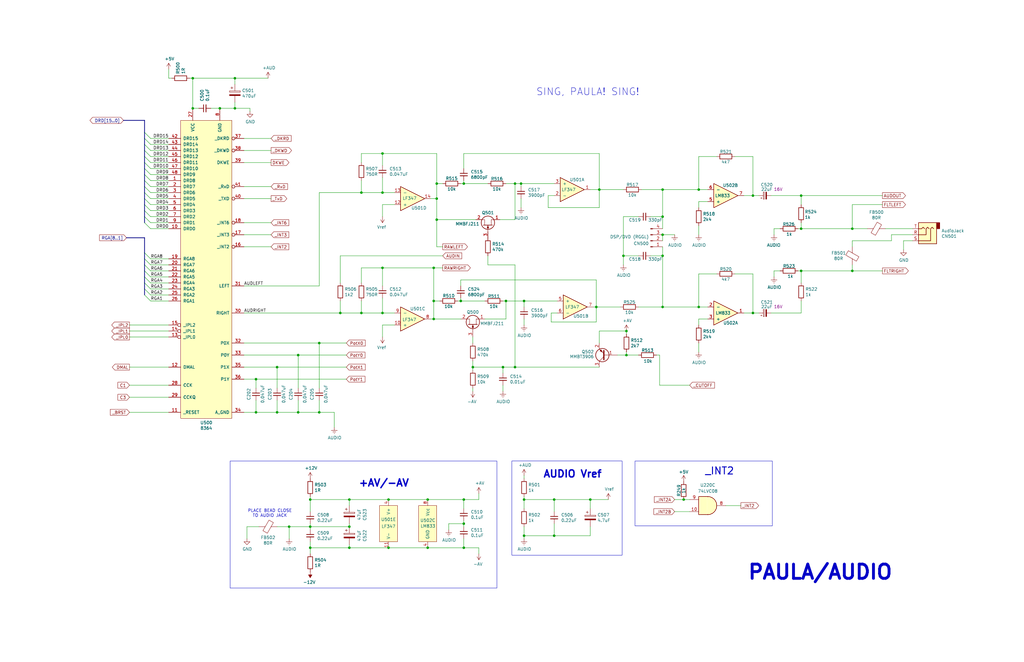
<source format=kicad_sch>
(kicad_sch (version 20231120) (generator "eeschema") (generator_version "8.0")
  (paper "B")
  (title_block (title "AMIGA PCI") (date "2025-07-07") (rev "6.0"))
  (junction (at 217.17 77.47))
  (junction (at 219.71 77.47))
  (junction (at 184.15 77.47))
  (junction (at 116.84 154.94))
  (junction (at 130.81 210.82))
  (junction (at 337.82 82.55))
  (junction (at 213.36 127))
  (junction (at 107.95 173.99))
  (junction (at 147.32 210.82))
  (junction (at 279.4 129.54))
  (junction (at 317.5 132.08))
  (junction (at 134.62 173.99))
  (junction (at 121.92 222.25))
  (junction (at 294.64 80.01))
  (junction (at 92.71 45.72))
  (junction (at 161.29 81.28))
  (junction (at 130.81 231.14))
  (junction (at 262.89 107.95))
  (junction (at 220.98 127))
  (junction (at 81.28 33.02))
  (junction (at 233.68 226.06))
  (junction (at 248.92 210.82))
  (junction (at 163.83 210.82))
  (junction (at 212.09 154.94))
  (junction (at 161.29 132.08))
  (junction (at 220.98 210.82))
  (junction (at 217.17 154.94))
  (junction (at 317.5 82.55))
  (junction (at 195.58 231.14))
  (junction (at 130.81 222.25))
  (junction (at 99.06 45.72))
  (junction (at 81.28 45.72))
  (junction (at 194.31 127))
  (junction (at 337.82 96.52))
  (junction (at 182.88 127))
  (junction (at 147.32 222.25))
  (junction (at 99.06 33.02))
  (junction (at 279.4 80.01))
  (junction (at 220.98 226.06))
  (junction (at 195.58 77.47))
  (junction (at 182.88 134.62))
  (junction (at 163.83 231.14))
  (junction (at 264.16 139.7))
  (junction (at 125.73 149.86))
  (junction (at 195.58 220.98))
  (junction (at 182.88 113.03))
  (junction (at 134.62 144.78))
  (junction (at 107.95 160.02))
  (junction (at 359.41 114.3))
  (junction (at 152.4 81.28))
  (junction (at 279.4 91.44))
  (junction (at 288.29 210.82))
  (junction (at 184.15 92.71))
  (junction (at 359.41 96.52))
  (junction (at 337.82 114.3))
  (junction (at 180.34 231.14))
  (junction (at 152.4 132.08))
  (junction (at 125.73 173.99))
  (junction (at 279.4 107.95))
  (junction (at 264.16 149.86))
  (junction (at 279.4 99.06))
  (junction (at 161.29 113.03))
  (junction (at 233.68 210.82))
  (junction (at 116.84 173.99))
  (junction (at 252.73 80.01))
  (junction (at 147.32 231.14))
  (junction (at 251.46 129.54))
  (junction (at 161.29 64.77))
  (junction (at 180.34 210.82))
  (junction (at 184.15 83.82))
  (junction (at 199.39 154.94))
  (junction (at 294.64 129.54))
  (junction (at 195.58 210.82))
  (junction (at 143.51 132.08))
  (bus_entry (at 63.5 66.04) (size -2.54 -2.54))
  (bus_entry (at 63.5 88.9) (size -2.54 -2.54))
  (bus_entry (at 63.5 60.96) (size -2.54 -2.54))
  (bus_entry (at 63.5 114.3) (size -2.54 -2.54))
  (bus_entry (at 63.5 119.38) (size -2.54 -2.54))
  (bus_entry (at 63.5 83.82) (size -2.54 -2.54))
  (bus_entry (at 63.5 76.2) (size -2.54 -2.54))
  (bus_entry (at 63.5 91.44) (size -2.54 -2.54))
  (bus_entry (at 63.5 81.28) (size -2.54 -2.54))
  (bus_entry (at 63.5 63.5) (size -2.54 -2.54))
  (bus_entry (at 63.5 111.76) (size -2.54 -2.54))
  (bus_entry (at 63.5 73.66) (size -2.54 -2.54))
  (bus_entry (at 63.5 58.42) (size -2.54 -2.54))
  (bus_entry (at 63.5 68.58) (size -2.54 -2.54))
  (bus_entry (at 63.5 124.46) (size -2.54 -2.54))
  (bus_entry (at 63.5 86.36) (size -2.54 -2.54))
  (bus_entry (at 63.5 121.92) (size -2.54 -2.54))
  (bus_entry (at 63.5 96.52) (size -2.54 -2.54))
  (bus_entry (at 63.5 78.74) (size -2.54 -2.54))
  (bus_entry (at 63.5 109.22) (size -2.54 -2.54))
  (bus_entry (at 63.5 127) (size -2.54 -2.54))
  (bus_entry (at 63.5 116.84) (size -2.54 -2.54))
  (bus_entry (at 63.5 93.98) (size -2.54 -2.54))
  (bus_entry (at 63.5 71.12) (size -2.54 -2.54))
  (wire (pts (xy 54.61 142.24) (xy 71.12 142.24)))
  (wire (pts (xy 99.06 45.72) (xy 99.06 43.18)))
  (wire (pts (xy 130.81 210.82) (xy 147.32 210.82)))
  (wire (pts (xy 147.32 220.98) (xy 147.32 222.25)))
  (wire (pts (xy 337.82 96.52) (xy 359.41 96.52)))
  (wire (pts (xy 278.13 149.86) (xy 276.86 149.86)))
  (wire (pts (xy 317.5 82.55) (xy 317.5 66.04)))
  (wire (pts (xy 107.95 160.02) (xy 107.95 163.83)))
  (wire (pts (xy 233.68 220.98) (xy 233.68 226.06)))
  (wire (pts (xy 71.12 124.46) (xy 63.5 124.46)))
  (wire (pts (xy 210.82 92.71) (xy 217.17 92.71)))
  (bus (pts (xy 60.96 63.5) (xy 60.96 66.04)))
  (wire (pts (xy 182.88 113.03) (xy 161.29 113.03)))
  (wire (pts (xy 104.14 222.25) (xy 109.22 222.25)))
  (bus (pts (xy 60.96 81.28) (xy 60.96 83.82)))
  (wire (pts (xy 217.17 154.94) (xy 252.73 154.94)))
  (bus (pts (xy 60.96 88.9) (xy 60.96 91.44)))
  (bus (pts (xy 60.96 106.68) (xy 60.96 109.22)))
  (wire (pts (xy 182.88 134.62) (xy 182.88 127)))
  (wire (pts (xy 212.09 162.56) (xy 212.09 165.1)))
  (wire (pts (xy 102.87 173.99) (xy 107.95 173.99)))
  (wire (pts (xy 381 101.6) (xy 381 105.41)))
  (wire (pts (xy 264.16 148.59) (xy 264.16 149.86)))
  (wire (pts (xy 205.74 111.76) (xy 217.17 111.76)))
  (wire (pts (xy 71.12 66.04) (xy 63.5 66.04)))
  (wire (pts (xy 161.29 81.28) (xy 166.37 81.28)))
  (wire (pts (xy 71.12 63.5) (xy 63.5 63.5)))
  (bus (pts (xy 60.96 50.8) (xy 60.96 55.88)))
  (wire (pts (xy 184.15 92.71) (xy 184.15 104.14)))
  (wire (pts (xy 294.64 66.04) (xy 294.64 80.01)))
  (wire (pts (xy 336.55 114.3) (xy 337.82 114.3)))
  (wire (pts (xy 184.15 83.82) (xy 184.15 92.71)))
  (wire (pts (xy 217.17 77.47) (xy 219.71 77.47)))
  (wire (pts (xy 161.29 74.93) (xy 161.29 81.28)))
  (wire (pts (xy 359.41 101.6) (xy 375.92 101.6)))
  (wire (pts (xy 54.61 173.99) (xy 71.12 173.99)))
  (wire (pts (xy 71.12 93.98) (xy 63.5 93.98)))
  (wire (pts (xy 284.48 215.9) (xy 290.83 215.9)))
  (wire (pts (xy 262.89 107.95) (xy 269.24 107.95)))
  (wire (pts (xy 182.88 127) (xy 185.42 127)))
  (wire (pts (xy 220.98 210.82) (xy 220.98 214.63)))
  (wire (pts (xy 102.87 154.94) (xy 116.84 154.94)))
  (wire (pts (xy 302.26 66.04) (xy 294.64 66.04)))
  (wire (pts (xy 262.89 111.76) (xy 262.89 107.95)))
  (wire (pts (xy 359.41 114.3) (xy 359.41 111.76)))
  (wire (pts (xy 234.95 132.08) (xy 232.41 132.08)))
  (wire (pts (xy 212.09 154.94) (xy 212.09 157.48)))
  (wire (pts (xy 152.4 64.77) (xy 161.29 64.77)))
  (wire (pts (xy 195.58 210.82) (xy 201.93 210.82)))
  (wire (pts (xy 279.4 107.95) (xy 279.4 129.54)))
  (wire (pts (xy 302.26 115.57) (xy 294.64 115.57)))
  (wire (pts (xy 294.64 134.62) (xy 294.64 137.16)))
  (wire (pts (xy 130.81 222.25) (xy 147.32 222.25)))
  (wire (pts (xy 313.69 82.55) (xy 317.5 82.55)))
  (wire (pts (xy 231.14 82.55) (xy 233.68 82.55)))
  (wire (pts (xy 152.4 68.58) (xy 152.4 64.77)))
  (wire (pts (xy 134.62 173.99) (xy 140.97 173.99)))
  (wire (pts (xy 71.12 33.02) (xy 72.39 33.02)))
  (wire (pts (xy 204.47 134.62) (xy 213.36 134.62)))
  (wire (pts (xy 199.39 142.24) (xy 199.39 144.78)))
  (wire (pts (xy 375.92 99.06) (xy 384.81 99.06)))
  (wire (pts (xy 233.68 226.06) (xy 248.92 226.06)))
  (wire (pts (xy 294.64 80.01) (xy 298.45 80.01)))
  (wire (pts (xy 152.4 132.08) (xy 161.29 132.08)))
  (wire (pts (xy 269.24 91.44) (xy 262.89 91.44)))
  (wire (pts (xy 71.12 86.36) (xy 63.5 86.36)))
  (wire (pts (xy 130.81 210.82) (xy 130.81 215.9)))
  (wire (pts (xy 182.88 113.03) (xy 182.88 127)))
  (wire (pts (xy 269.24 129.54) (xy 279.4 129.54)))
  (wire (pts (xy 121.92 222.25) (xy 116.84 222.25)))
  (wire (pts (xy 147.32 231.14) (xy 163.83 231.14)))
  (wire (pts (xy 130.81 209.55) (xy 130.81 210.82)))
  (wire (pts (xy 274.32 107.95) (xy 279.4 107.95)))
  (bus (pts (xy 60.96 73.66) (xy 60.96 76.2)))
  (wire (pts (xy 195.58 77.47) (xy 205.74 77.47)))
  (wire (pts (xy 181.61 83.82) (xy 184.15 83.82)))
  (wire (pts (xy 195.58 64.77) (xy 252.73 64.77)))
  (wire (pts (xy 220.98 209.55) (xy 220.98 210.82)))
  (wire (pts (xy 147.32 231.14) (xy 130.81 231.14)))
  (wire (pts (xy 373.38 96.52) (xy 384.81 96.52)))
  (wire (pts (xy 116.84 154.94) (xy 146.05 154.94)))
  (wire (pts (xy 152.4 81.28) (xy 161.29 81.28)))
  (wire (pts (xy 161.29 86.36) (xy 161.29 91.44)))
  (wire (pts (xy 182.88 134.62) (xy 194.31 134.62)))
  (wire (pts (xy 184.15 83.82) (xy 184.15 77.47)))
  (wire (pts (xy 184.15 77.47) (xy 184.15 64.77)))
  (wire (pts (xy 359.41 96.52) (xy 359.41 86.36)))
  (wire (pts (xy 252.73 80.01) (xy 252.73 64.77)))
  (wire (pts (xy 143.51 132.08) (xy 152.4 132.08)))
  (wire (pts (xy 317.5 115.57) (xy 309.88 115.57)))
  (wire (pts (xy 248.92 210.82) (xy 256.54 210.82)))
  (wire (pts (xy 152.4 76.2) (xy 152.4 81.28)))
  (wire (pts (xy 233.68 215.9) (xy 233.68 210.82)))
  (wire (pts (xy 252.73 139.7) (xy 264.16 139.7)))
  (wire (pts (xy 107.95 160.02) (xy 146.05 160.02)))
  (wire (pts (xy 71.12 83.82) (xy 63.5 83.82)))
  (wire (pts (xy 231.14 82.55) (xy 231.14 87.63)))
  (wire (pts (xy 220.98 227.33) (xy 220.98 226.06)))
  (wire (pts (xy 114.3 99.06) (xy 102.87 99.06)))
  (wire (pts (xy 326.39 96.52) (xy 326.39 99.06)))
  (wire (pts (xy 71.12 76.2) (xy 63.5 76.2)))
  (wire (pts (xy 81.28 33.02) (xy 99.06 33.02)))
  (wire (pts (xy 152.4 127) (xy 152.4 132.08)))
  (wire (pts (xy 102.87 144.78) (xy 134.62 144.78)))
  (wire (pts (xy 217.17 111.76) (xy 217.17 154.94)))
  (wire (pts (xy 184.15 77.47) (xy 186.69 77.47)))
  (wire (pts (xy 279.4 80.01) (xy 294.64 80.01)))
  (wire (pts (xy 279.4 91.44) (xy 279.4 80.01)))
  (wire (pts (xy 248.92 80.01) (xy 252.73 80.01)))
  (wire (pts (xy 294.64 85.09) (xy 294.64 87.63)))
  (wire (pts (xy 116.84 154.94) (xy 116.84 163.83)))
  (wire (pts (xy 220.98 134.62) (xy 220.98 137.16)))
  (wire (pts (xy 195.58 227.33) (xy 195.58 231.14)))
  (wire (pts (xy 184.15 104.14) (xy 186.69 104.14)))
  (bus (pts (xy 60.96 66.04) (xy 60.96 68.58)))
  (wire (pts (xy 219.71 83.82) (xy 219.71 87.63)))
  (wire (pts (xy 186.69 107.95) (xy 143.51 107.95)))
  (wire (pts (xy 194.31 127) (xy 204.47 127)))
  (wire (pts (xy 317.5 66.04) (xy 309.88 66.04)))
  (wire (pts (xy 359.41 86.36) (xy 372.11 86.36)))
  (bus (pts (xy 60.96 50.8) (xy 52.07 50.8)))
  (wire (pts (xy 71.12 127) (xy 63.5 127)))
  (bus (pts (xy 60.96 71.12) (xy 60.96 73.66)))
  (wire (pts (xy 264.16 149.86) (xy 269.24 149.86)))
  (wire (pts (xy 288.29 210.82) (xy 290.83 210.82)))
  (wire (pts (xy 232.41 135.89) (xy 251.46 135.89)))
  (wire (pts (xy 359.41 114.3) (xy 372.11 114.3)))
  (wire (pts (xy 248.92 214.63) (xy 248.92 210.82)))
  (wire (pts (xy 130.81 222.25) (xy 130.81 223.52)))
  (wire (pts (xy 54.61 139.7) (xy 71.12 139.7)))
  (wire (pts (xy 104.14 222.25) (xy 104.14 227.33)))
  (wire (pts (xy 194.31 125.73) (xy 194.31 127)))
  (wire (pts (xy 130.81 233.68) (xy 130.81 231.14)))
  (wire (pts (xy 80.01 33.02) (xy 81.28 33.02)))
  (wire (pts (xy 71.12 88.9) (xy 63.5 88.9)))
  (wire (pts (xy 143.51 127) (xy 143.51 132.08)))
  (wire (pts (xy 71.12 73.66) (xy 63.5 73.66)))
  (wire (pts (xy 134.62 144.78) (xy 134.62 163.83)))
  (wire (pts (xy 195.58 231.14) (xy 201.93 231.14)))
  (wire (pts (xy 326.39 114.3) (xy 326.39 116.84)))
  (wire (pts (xy 252.73 80.01) (xy 262.89 80.01)))
  (wire (pts (xy 121.92 222.25) (xy 121.92 227.33)))
  (wire (pts (xy 233.68 210.82) (xy 248.92 210.82)))
  (wire (pts (xy 337.82 114.3) (xy 359.41 114.3)))
  (wire (pts (xy 114.3 63.5) (xy 102.87 63.5)))
  (wire (pts (xy 161.29 125.73) (xy 161.29 132.08)))
  (wire (pts (xy 220.98 226.06) (xy 233.68 226.06)))
  (wire (pts (xy 220.98 127) (xy 234.95 127)))
  (bus (pts (xy 60.96 91.44) (xy 60.96 93.98)))
  (wire (pts (xy 270.51 80.01) (xy 279.4 80.01)))
  (wire (pts (xy 99.06 35.56) (xy 99.06 33.02)))
  (wire (pts (xy 147.32 210.82) (xy 163.83 210.82)))
  (wire (pts (xy 71.12 109.22) (xy 63.5 109.22)))
  (wire (pts (xy 359.41 96.52) (xy 365.76 96.52)))
  (wire (pts (xy 279.4 91.44) (xy 279.4 96.52)))
  (wire (pts (xy 114.3 83.82) (xy 102.87 83.82)))
  (wire (pts (xy 147.32 210.82) (xy 147.32 213.36)))
  (wire (pts (xy 163.83 231.14) (xy 180.34 231.14)))
  (wire (pts (xy 161.29 132.08) (xy 166.37 132.08)))
  (wire (pts (xy 199.39 154.94) (xy 212.09 154.94)))
  (wire (pts (xy 201.93 231.14) (xy 201.93 233.68)))
  (wire (pts (xy 279.4 99.06) (xy 284.48 99.06)))
  (wire (pts (xy 328.93 96.52) (xy 326.39 96.52)))
  (wire (pts (xy 114.3 68.58) (xy 102.87 68.58)))
  (wire (pts (xy 107.95 173.99) (xy 116.84 173.99)))
  (wire (pts (xy 161.29 113.03) (xy 152.4 113.03)))
  (bus (pts (xy 60.96 58.42) (xy 60.96 60.96)))
  (wire (pts (xy 54.61 154.94) (xy 71.12 154.94)))
  (wire (pts (xy 262.89 91.44) (xy 262.89 107.95)))
  (wire (pts (xy 71.12 60.96) (xy 63.5 60.96)))
  (wire (pts (xy 359.41 104.14) (xy 359.41 101.6)))
  (wire (pts (xy 130.81 231.14) (xy 130.81 228.6)))
  (bus (pts (xy 60.96 60.96) (xy 60.96 63.5)))
  (wire (pts (xy 166.37 86.36) (xy 161.29 86.36)))
  (wire (pts (xy 298.45 85.09) (xy 294.64 85.09)))
  (wire (pts (xy 125.73 168.91) (xy 125.73 173.99)))
  (wire (pts (xy 114.3 78.74) (xy 102.87 78.74)))
  (wire (pts (xy 231.14 87.63) (xy 252.73 87.63)))
  (bus (pts (xy 60.96 100.33) (xy 53.34 100.33)))
  (wire (pts (xy 298.45 134.62) (xy 294.64 134.62)))
  (wire (pts (xy 102.87 160.02) (xy 107.95 160.02)))
  (wire (pts (xy 125.73 173.99) (xy 134.62 173.99)))
  (wire (pts (xy 375.92 101.6) (xy 375.92 99.06)))
  (wire (pts (xy 71.12 119.38) (xy 63.5 119.38)))
  (wire (pts (xy 337.82 86.36) (xy 337.82 82.55)))
  (wire (pts (xy 219.71 78.74) (xy 219.71 77.47)))
  (wire (pts (xy 163.83 210.82) (xy 180.34 210.82)))
  (wire (pts (xy 125.73 149.86) (xy 146.05 149.86)))
  (wire (pts (xy 337.82 127) (xy 337.82 132.08)))
  (wire (pts (xy 134.62 81.28) (xy 152.4 81.28)))
  (wire (pts (xy 180.34 210.82) (xy 195.58 210.82)))
  (wire (pts (xy 71.12 71.12) (xy 63.5 71.12)))
  (wire (pts (xy 189.23 220.98) (xy 189.23 223.52)))
  (wire (pts (xy 279.4 91.44) (xy 274.32 91.44)))
  (wire (pts (xy 317.5 132.08) (xy 317.5 115.57)))
  (wire (pts (xy 279.4 99.06) (xy 279.4 101.6)))
  (wire (pts (xy 195.58 219.71) (xy 195.58 220.98)))
  (wire (pts (xy 184.15 92.71) (xy 200.66 92.71)))
  (wire (pts (xy 116.84 173.99) (xy 125.73 173.99)))
  (wire (pts (xy 189.23 220.98) (xy 195.58 220.98)))
  (wire (pts (xy 140.97 180.34) (xy 140.97 173.99)))
  (wire (pts (xy 199.39 152.4) (xy 199.39 154.94)))
  (wire (pts (xy 294.64 115.57) (xy 294.64 129.54)))
  (wire (pts (xy 71.12 78.74) (xy 63.5 78.74)))
  (bus (pts (xy 60.96 121.92) (xy 60.96 124.46)))
  (wire (pts (xy 107.95 168.91) (xy 107.95 173.99)))
  (wire (pts (xy 325.12 132.08) (xy 337.82 132.08)))
  (wire (pts (xy 325.12 82.55) (xy 337.82 82.55)))
  (wire (pts (xy 220.98 200.66) (xy 220.98 201.93)))
  (wire (pts (xy 180.34 231.14) (xy 195.58 231.14)))
  (wire (pts (xy 217.17 77.47) (xy 213.36 77.47)))
  (wire (pts (xy 220.98 129.54) (xy 220.98 127)))
  (wire (pts (xy 102.87 132.08) (xy 143.51 132.08)))
  (wire (pts (xy 336.55 96.52) (xy 337.82 96.52)))
  (wire (pts (xy 284.48 210.82) (xy 288.29 210.82)))
  (wire (pts (xy 278.13 162.56) (xy 278.13 149.86)))
  (wire (pts (xy 195.58 71.12) (xy 195.58 64.77)))
  (wire (pts (xy 337.82 114.3) (xy 337.82 119.38)))
  (wire (pts (xy 181.61 134.62) (xy 182.88 134.62)))
  (wire (pts (xy 161.29 64.77) (xy 161.29 69.85)))
  (wire (pts (xy 71.12 68.58) (xy 63.5 68.58)))
  (bus (pts (xy 60.96 86.36) (xy 60.96 88.9)))
  (wire (pts (xy 182.88 113.03) (xy 186.69 113.03)))
  (wire (pts (xy 220.98 222.25) (xy 220.98 226.06)))
  (wire (pts (xy 294.64 95.25) (xy 294.64 99.06)))
  (wire (pts (xy 147.32 231.14) (xy 147.32 229.87)))
  (wire (pts (xy 114.3 104.14) (xy 102.87 104.14)))
  (wire (pts (xy 71.12 121.92) (xy 63.5 121.92)))
  (wire (pts (xy 217.17 92.71) (xy 217.17 77.47)))
  (wire (pts (xy 337.82 96.52) (xy 337.82 93.98)))
  (wire (pts (xy 219.71 77.47) (xy 233.68 77.47)))
  (wire (pts (xy 134.62 144.78) (xy 146.05 144.78)))
  (wire (pts (xy 54.61 137.16) (xy 71.12 137.16)))
  (wire (pts (xy 278.13 162.56) (xy 290.83 162.56)))
  (wire (pts (xy 116.84 168.91) (xy 116.84 173.99)))
  (wire (pts (xy 199.39 154.94) (xy 199.39 156.21)))
  (wire (pts (xy 195.58 220.98) (xy 195.58 222.25)))
  (wire (pts (xy 279.4 104.14) (xy 279.4 107.95)))
  (wire (pts (xy 212.09 154.94) (xy 217.17 154.94)))
  (bus (pts (xy 60.96 100.33) (xy 60.96 106.68)))
  (wire (pts (xy 114.3 93.98) (xy 102.87 93.98)))
  (wire (pts (xy 71.12 91.44) (xy 63.5 91.44)))
  (wire (pts (xy 248.92 226.06) (xy 248.92 222.25)))
  (wire (pts (xy 71.12 81.28) (xy 63.5 81.28)))
  (wire (pts (xy 328.93 114.3) (xy 326.39 114.3)))
  (wire (pts (xy 161.29 64.77) (xy 184.15 64.77)))
  (wire (pts (xy 306.07 213.36) (xy 312.42 213.36)))
  (wire (pts (xy 260.35 149.86) (xy 264.16 149.86)))
  (wire (pts (xy 205.74 107.95) (xy 205.74 111.76)))
  (wire (pts (xy 213.36 127) (xy 220.98 127)))
  (wire (pts (xy 320.04 132.08) (xy 317.5 132.08)))
  (bus (pts (xy 60.96 111.76) (xy 60.96 114.3)))
  (wire (pts (xy 384.81 101.6) (xy 381 101.6)))
  (wire (pts (xy 99.06 33.02) (xy 113.03 33.02)))
  (bus (pts (xy 60.96 78.74) (xy 60.96 81.28)))
  (wire (pts (xy 143.51 107.95) (xy 143.51 119.38)))
  (bus (pts (xy 60.96 114.3) (xy 60.96 116.84)))
  (wire (pts (xy 71.12 116.84) (xy 63.5 116.84)))
  (wire (pts (xy 102.87 149.86) (xy 125.73 149.86)))
  (wire (pts (xy 279.4 129.54) (xy 294.64 129.54)))
  (wire (pts (xy 294.64 129.54) (xy 298.45 129.54)))
  (wire (pts (xy 193.04 127) (xy 194.31 127)))
  (wire (pts (xy 102.87 120.65) (xy 134.62 120.65)))
  (wire (pts (xy 194.31 118.11) (xy 251.46 118.11)))
  (wire (pts (xy 71.12 29.21) (xy 71.12 33.02)))
  (wire (pts (xy 81.28 45.72) (xy 81.28 33.02)))
  (wire (pts (xy 294.64 144.78) (xy 294.64 148.59)))
  (wire (pts (xy 251.46 129.54) (xy 261.62 129.54)))
  (wire (pts (xy 195.58 76.2) (xy 195.58 77.47)))
  (wire (pts (xy 71.12 96.52) (xy 63.5 96.52)))
  (wire (pts (xy 92.71 45.72) (xy 99.06 45.72)))
  (bus (pts (xy 60.96 116.84) (xy 60.96 119.38)))
  (bus (pts (xy 60.96 76.2) (xy 60.96 78.74)))
  (wire (pts (xy 88.9 45.72) (xy 92.71 45.72)))
  (wire (pts (xy 213.36 127) (xy 212.09 127)))
  (wire (pts (xy 251.46 135.89) (xy 251.46 129.54)))
  (wire (pts (xy 99.06 45.72) (xy 105.41 45.72)))
  (wire (pts (xy 213.36 134.62) (xy 213.36 127)))
  (wire (pts (xy 83.82 45.72) (xy 81.28 45.72)))
  (bus (pts (xy 60.96 68.58) (xy 60.96 71.12)))
  (wire (pts (xy 252.73 87.63) (xy 252.73 80.01)))
  (wire (pts (xy 152.4 113.03) (xy 152.4 119.38)))
  (bus (pts (xy 60.96 55.88) (xy 60.96 58.42)))
  (wire (pts (xy 134.62 168.91) (xy 134.62 173.99)))
  (wire (pts (xy 114.3 58.42) (xy 102.87 58.42)))
  (wire (pts (xy 201.93 210.82) (xy 201.93 208.28)))
  (wire (pts (xy 130.81 220.98) (xy 130.81 222.25)))
  (wire (pts (xy 134.62 120.65) (xy 134.62 81.28)))
  (wire (pts (xy 220.98 210.82) (xy 233.68 210.82)))
  (wire (pts (xy 54.61 167.64) (xy 71.12 167.64)))
  (bus (pts (xy 60.96 83.82) (xy 60.96 86.36)))
  (wire (pts (xy 313.69 132.08) (xy 317.5 132.08)))
  (wire (pts (xy 199.39 163.83) (xy 199.39 165.1)))
  (wire (pts (xy 194.31 77.47) (xy 195.58 77.47)))
  (wire (pts (xy 125.73 149.86) (xy 125.73 163.83)))
  (wire (pts (xy 264.16 139.7) (xy 264.16 140.97)))
  (wire (pts (xy 232.41 132.08) (xy 232.41 135.89)))
  (bus (pts (xy 60.96 109.22) (xy 60.96 111.76)))
  (wire (pts (xy 105.41 45.72) (xy 105.41 46.99)))
  (wire (pts (xy 166.37 137.16) (xy 161.29 137.16)))
  (wire (pts (xy 54.61 162.56) (xy 71.12 162.56)))
  (wire (pts (xy 194.31 120.65) (xy 194.31 118.11)))
  (wire (pts (xy 71.12 114.3) (xy 63.5 114.3)))
  (wire (pts (xy 251.46 129.54) (xy 251.46 118.11)))
  (wire (pts (xy 161.29 113.03) (xy 161.29 120.65)))
  (wire (pts (xy 337.82 82.55) (xy 372.11 82.55)))
  (wire (pts (xy 71.12 58.42) (xy 63.5 58.42)))
  (wire (pts (xy 195.58 210.82) (xy 195.58 214.63)))
  (wire (pts (xy 161.29 137.16) (xy 161.29 142.24)))
  (wire (pts (xy 121.92 222.25) (xy 130.81 222.25)))
  (wire (pts (xy 252.73 144.78) (xy 252.73 139.7)))
  (bus (pts (xy 60.96 119.38) (xy 60.96 121.92)))
  (wire (pts (xy 71.12 111.76) (xy 63.5 111.76)))
  (wire (pts (xy 320.04 82.55) (xy 317.5 82.55)))
  (wire (pts (xy 250.19 129.54) (xy 251.46 129.54)))
  (rectangle (start 215.8492 194.5386) (end 262.3312 234.2896))
  (rectangle (start 97.028 194.564) (end 209.55 248.158))
  (rectangle (start 267.7668 194.564) (end 325.7 221.8944))
  (text "AUDIO Vref" (at 254 201.93 0) (effects (font (size 3 3) (thickness 0.6) (bold yes)) (justify right bottom)))
  (text "SING, PAULA! SING!" (at 226.06 40.64 0) (effects (font (size 3 3)) (justify left bottom)))
  (text "PLACE BEAD CLOSE\nTO AUDIO JACK" (at 113.792 216.662 0) (effects (font (size 1.27 1.27))))
  (text "+AV/-AV" (at 172.72 205.74 0) (effects (font (size 3 3) (thickness 0.6) (bold yes)) (justify right bottom)))
  (text "_INT2" (at 297.18 200.66 0) (effects (font (size 3 3) (thickness 0.4) (bold yes)) (justify left bottom)))
  (text "PAULA/AUDIO" (at 314.96 245.11 0) (effects (font (size 6 6) (thickness 1.2) (bold yes)) (justify left bottom)))
  (label "DRD2" (at 71.12 91.44 180) (effects (font (size 1.2954 1.2954))))
  (label "DRD3" (at 71.12 88.9 180) (effects (font (size 1.2954 1.2954))))
  (label "DRD6" (at 71.12 81.28 180) (effects (font (size 1.2954 1.2954))))
  (label "DRD14" (at 71.12 60.96 180) (effects (font (size 1.2954 1.2954))))
  (label "DRD7" (at 71.12 78.74 180) (effects (font (size 1.2954 1.2954))))
  (label "DRD0" (at 71.12 96.52 180) (effects (font (size 1.2954 1.2954))))
  (label "RGA7" (at 63.5 111.76 0) (effects (font (size 1.2954 1.2954))))
  (label "RGA4" (at 63.5 119.38 0) (effects (font (size 1.2954 1.2954))))
  (label "DRD4" (at 71.12 86.36 180) (effects (font (size 1.2954 1.2954))))
  (label "RGA6" (at 63.5 114.3 0) (effects (font (size 1.2954 1.2954))))
  (label "DRD5" (at 71.12 83.82 180) (effects (font (size 1.2954 1.2954))))
  (label "RGA3" (at 63.5 121.92 0) (effects (font (size 1.2954 1.2954))))
  (label "AUDRIGHT" (at 102.87 132.08 0))
  (label "DRD11" (at 71.12 68.58 180) (effects (font (size 1.2954 1.2954))))
  (label "RGA2" (at 63.5 124.46 0) (effects (font (size 1.2954 1.2954))))
  (label "DRD8" (at 71.12 76.2 180) (effects (font (size 1.2954 1.2954))))
  (label "DRD1" (at 71.12 93.98 180) (effects (font (size 1.2954 1.2954))))
  (label "DRD9" (at 71.12 73.66 180) (effects (font (size 1.2954 1.2954))))
  (label "DRD13" (at 71.12 63.5 180) (effects (font (size 1.2954 1.2954))))
  (label "DRD15" (at 71.12 58.42 180) (effects (font (size 1.2954 1.2954))))
  (label "RGA8" (at 63.5 109.22 0) (effects (font (size 1.2954 1.2954))))
  (label "AUDLEFT" (at 102.87 120.65 0))
  (label "RGA5" (at 63.5 116.84 0) (effects (font (size 1.2954 1.2954))))
  (label "DRD10" (at 71.12 71.12 180) (effects (font (size 1.2954 1.2954))))
  (label "RGA1" (at 63.5 127 0) (effects (font (size 1.2954 1.2954))))
  (label "DRD12" (at 71.12 66.04 180) (effects (font (size 1.2954 1.2954))))
  (global_label "_INT2" (shape input) (at 114.3 104.14 0) (property "Intersheetrefs" "${INTERSHEET_REFS}" (at 122.2858 104.14 0) (effects (justify left))))
  (global_label "FLTRIGHT" (shape output) (at 372.11 114.3 0) (property "Intersheetrefs" "${INTERSHEET_REFS}" (at 383.543 114.3 0) (effects (justify left))))
  (global_label "PotX1" (shape input) (at 146.05 154.94 0) (property "Intersheetrefs" "${INTERSHEET_REFS}" (at 154.5195 154.94 0) (effects (justify left))))
  (global_label "DMAL" (shape output) (at 54.61 154.94 180) (property "Intersheetrefs" "${INTERSHEET_REFS}" (at 46.8661 154.94 0) (effects (justify right))))
  (global_label "_INT2A" (shape input) (at 284.48 210.82 180) (property "Intersheetrefs" "${INTERSHEET_REFS}" (at 275.3262 210.82 0) (effects (justify right))))
  (global_label "_INT6" (shape input) (at 114.3 93.98 0) (property "Intersheetrefs" "${INTERSHEET_REFS}" (at 122.2858 93.98 0) (effects (justify left))))
  (global_label "DRD[15..0]" (shape bidirectional) (at 52.07 50.8 180) (effects (font (size 1.2954 1.2954))) (property "Intersheetrefs" "${INTERSHEET_REFS}" (at 37.4248 50.8 0) (effects (justify right))))
  (global_label "AUDIN" (shape input) (at 186.69 107.95 0) (property "Intersheetrefs" "${INTERSHEET_REFS}" (at 195.2202 107.95 0) (effects (justify left))))
  (global_label "C1" (shape input) (at 54.61 162.56 180) (property "Intersheetrefs" "${INTERSHEET_REFS}" (at 49.2247 162.56 0) (effects (justify right))))
  (global_label "_INT2" (shape output) (at 312.42 213.36 0) (property "Intersheetrefs" "${INTERSHEET_REFS}" (at 320.4852 213.36 0) (effects (justify left))))
  (global_label "PotY0" (shape input) (at 146.05 149.86 0) (property "Intersheetrefs" "${INTERSHEET_REFS}" (at 154.3986 149.86 0) (effects (justify left))))
  (global_label "_IPL0" (shape output) (at 54.61 142.24 180) (property "Intersheetrefs" "${INTERSHEET_REFS}" (at 46.6242 142.24 0) (effects (justify right))))
  (global_label "C3" (shape input) (at 54.61 167.64 180) (property "Intersheetrefs" "${INTERSHEET_REFS}" (at 49.2247 167.64 0) (effects (justify right))))
  (global_label "_RxD" (shape input) (at 114.3 78.74 0) (property "Intersheetrefs" "${INTERSHEET_REFS}" (at 121.7415 78.74 0) (effects (justify left))))
  (global_label "PotY1" (shape input) (at 146.05 160.02 0) (property "Intersheetrefs" "${INTERSHEET_REFS}" (at 154.3986 160.02 0) (effects (justify left))))
  (global_label "PotX0" (shape input) (at 146.05 144.78 0) (property "Intersheetrefs" "${INTERSHEET_REFS}" (at 154.5195 144.78 0) (effects (justify left))))
  (global_label "DKWE" (shape output) (at 114.3 68.58 0) (property "Intersheetrefs" "${INTERSHEET_REFS}" (at 122.3462 68.58 0) (effects (justify left))))
  (global_label "RGA[8..1]" (shape input) (at 53.34 100.33 180) (property "Intersheetrefs" "${INTERSHEET_REFS}" (at 41.4836 100.33 0) (effects (justify right))))
  (global_label "FLTLEFT" (shape output) (at 372.11 86.36 0) (property "Intersheetrefs" "${INTERSHEET_REFS}" (at 382.3334 86.36 0) (effects (justify left))))
  (global_label "_IPL1" (shape output) (at 54.61 139.7 180) (property "Intersheetrefs" "${INTERSHEET_REFS}" (at 46.6242 139.7 0) (effects (justify right))))
  (global_label "_BRST" (shape input) (at 54.61 173.99 180) (property "Intersheetrefs" "${INTERSHEET_REFS}" (at 45.9401 173.99 0) (effects (justify right))))
  (global_label "_DKRD" (shape input) (at 114.3 58.42 0) (property "Intersheetrefs" "${INTERSHEET_REFS}" (at 123.2534 58.42 0) (effects (justify left))))
  (global_label "_DKWD" (shape output) (at 114.3 63.5 0) (property "Intersheetrefs" "${INTERSHEET_REFS}" (at 123.4348 63.5 0) (effects (justify left))))
  (global_label "RAWRIGHT" (shape output) (at 186.69 113.03 0) (property "Intersheetrefs" "${INTERSHEET_REFS}" (at 198.8487 113.03 0) (effects (justify left))))
  (global_label "_TxD" (shape output) (at 114.3 83.82 0) (property "Intersheetrefs" "${INTERSHEET_REFS}" (at 121.4391 83.82 0) (effects (justify left))))
  (global_label "_INT2B" (shape input) (at 284.48 215.9 180) (property "Intersheetrefs" "${INTERSHEET_REFS}" (at 275.1448 215.9 0) (effects (justify right))))
  (global_label "RAWLEFT" (shape output) (at 186.69 104.14 0) (property "Intersheetrefs" "${INTERSHEET_REFS}" (at 197.6391 104.14 0) (effects (justify left))))
  (global_label "_IPL2" (shape output) (at 54.61 137.16 180) (property "Intersheetrefs" "${INTERSHEET_REFS}" (at 46.6242 137.16 0) (effects (justify right))))
  (global_label "_CUTOFF" (shape input) (at 290.83 162.56 0) (property "Intersheetrefs" "${INTERSHEET_REFS}" (at 301.7792 162.56 0) (effects (justify left))))
  (global_label "AUDOUT" (shape output) (at 372.11 82.55 0) (property "Intersheetrefs" "${INTERSHEET_REFS}" (at 382.3335 82.55 0) (effects (justify left))))
  (global_label "_INT3" (shape input) (at 114.3 99.06 0) (property "Intersheetrefs" "${INTERSHEET_REFS}" (at 122.2858 99.06 0) (effects (justify left))))
  (symbol (lib_id "AmigaPCI-Symbols:AUDIO GND") (at 121.92 227.33 0) (unit 1)
    (property "Reference" "#PWR091" (effects (hide yes)))
    (property "Value" "AUDIO" (at 122.047 231.7242 0))
    (instances (project "AmigaPCI Mainboard" (path "" (reference "#PWR091") (unit 1))) (project "2000ATX" (path "" (reference "#PWR0287") (unit 1))))
  )
  (symbol (lib_id "AmigaPCI-Symbols:+AV") (at 201.93 208.28 0) (unit 1)
    (property "Reference" "#+AV02" (effects (hide yes)))
    (property "Value" "+AV" (at 202.311 203.8858 0))
    (instances (project "AmigaPCI Mainboard" (path "" (reference "#+AV02") (unit 1))) (project "2000ATX" (path "" (reference "#+AV0101") (unit 1))))
  )
  (symbol (lib_id "Device:C_Small") (at 130.81 218.44 0) (unit 1)
    (property "Reference" "C508" (at 133.731 217.2716 0) (effects (justify left)))
    (property "Value" "0.22uF" (at 133.731 219.583 0) (effects (justify left)))
    (property "Footprint" "Capacitor_SMD:C_0603_1608Metric" (effects (hide yes)))
    (instances (project "AmigaPCI Mainboard" (path "" (reference "C508") (unit 1))) (project "2000ATX" (path "" (reference "C220") (unit 1))))
  )
  (symbol (lib_id "AmigaPCI-Symbols:Ferrite_Bead") (at 369.57 96.52 90) (unit 1)
    (property "Reference" "FB500" (at 369.57 89.5604 90))
    (property "Value" "80R" (at 369.57 91.8718 90))
    (property "Footprint" "Capacitor_SMD:C_0805_2012Metric" (effects (hide yes)))
    (instances (project "AmigaPCI Mainboard" (path "" (reference "FB500") (unit 1))) (project "2000ATX" (path "" (reference "FB401") (unit 1)) (path "" (reference "FB401") (unit 1))))
  )
  (symbol (lib_id "74xx:74LS08") (at 298.45 213.36 0) (unit 3)
    (property "Reference" "U220" (at 298.4417 204.724 0))
    (property "Value" "74LVC08" (at 298.4417 207.264 0))
    (property "Footprint" "Package_SO:TSSOP-14_4.4x5mm_P0.65mm" (effects (hide yes)))
    (property "Datasheet" "http://www.ti.com/lit/gpn/sn74LS08" (effects (hide yes)))
  )
  (symbol (lib_id "AmigaPCI-Symbols:+AV") (at 264.16 139.7 0) (unit 1)
    (property "Reference" "#+AV03" (effects (hide yes)))
    (property "Value" "+AV" (at 264.541 135.3058 0))
    (instances (project "AmigaPCI Mainboard" (path "" (reference "#+AV03") (unit 1))) (project "2000ATX" (path "" (reference "#+AV0102") (unit 1))))
  )
  (symbol (lib_id "power:+5V") (at 71.12 29.21 0) (unit 1)
    (property "Reference" "#PWR069" (effects (hide yes)))
    (property "Value" "+5V" (at 71.501 24.8158 0))
    (instances (project "AmigaPCI Mainboard" (path "" (reference "#PWR069") (unit 1))) (project "2000ATX" (path "" (reference "#PWR0276") (unit 1))))
  )
  (symbol (lib_id "Device:C_Polarized") (at 147.32 217.17 0) (unit 1)
    (property "Reference" "C523" (at 153.797 217.17 90))
    (property "Value" "47uF" (at 151.4856 217.17 90))
    (property "Footprint" "Capacitor_THT:CP_Radial_D5.0mm_P2.00mm" (effects (hide yes)))
    (instances (project "AmigaPCI Mainboard" (path "" (reference "C523") (unit 1))) (project "2000ATX" (path "" (reference "C222") (unit 1)) (path "" (reference "C222") (unit 1))))
  )
  (symbol (lib_id "Device:R") (at 143.51 123.19 0) (unit 1)
    (property "Reference" "R506" (at 145.288 122.0216 0) (effects (justify left)))
    (property "Value" "1k2" (at 145.288 124.333 0) (effects (justify left)))
    (property "Footprint" "Resistor_SMD:R_0603_1608Metric" (effects (hide yes)))
    (instances (project "AmigaPCI Mainboard" (path "" (reference "R506") (unit 1))) (project "2000ATX" (path "" (reference "R210") (unit 1))))
  )
  (symbol (lib_id "Connector:Conn_01x04_Pin") (at 274.32 101.6 0) (mirror x) (unit 1)
    (property "Reference" "CN500" (at 270.383 102.743 0))
    (property "Value" "DSP/DVD (RGGL)" (at 265.43 99.949 0))
    (property "Footprint" "AmigaPCI:AudioHeader" (effects (hide yes)))
    (property "Part Number" "5-103639-3" (effects (hide yes)))
  )
  (symbol (lib_id "power:-12V") (at 130.81 241.3 180) (unit 1)
    (property "Reference" "#PWR093" (effects (hide yes)))
    (property "Value" "-12V" (at 130.429 245.6942 0))
    (instances (project "AmigaPCI Mainboard" (path "" (reference "#PWR093") (unit 1))) (project "2000ATX" (path "" (reference "#PWR0286") (unit 1))))
  )
  (symbol (lib_id "Device:R") (at 337.82 123.19 0) (unit 1)
    (property "Reference" "R522" (at 339.598 122.0216 0) (effects (justify left)))
    (property "Value" "1k" (at 339.598 124.333 0) (effects (justify left)))
    (property "Footprint" "Resistor_SMD:R_0603_1608Metric" (effects (hide yes)))
    (instances (project "AmigaPCI Mainboard" (path "" (reference "R522") (unit 1))) (project "2000ATX" (path "" (reference "R210") (unit 1))))
  )
  (symbol (lib_id "Device:R") (at 294.64 140.97 0) (unit 1)
    (property "Reference" "R519" (at 296.418 139.8016 0) (effects (justify left)))
    (property "Value" "2k4" (at 296.418 142.113 0) (effects (justify left)))
    (property "Footprint" "Resistor_SMD:R_0603_1608Metric" (effects (hide yes)))
    (instances (project "AmigaPCI Mainboard" (path "" (reference "R519") (unit 1))) (project "2000ATX" (path "" (reference "R210") (unit 1))))
  )
  (symbol (lib_id "Transistor_BJT:MMBT3906") (at 255.27 149.86 180) (unit 1)
    (property "Reference" "Q502" (at 250.444 148.463 0) (effects (justify left)))
    (property "Value" "MMBT3906" (at 250.444 150.495 0) (effects (justify left)))
    (property "Footprint" "Package_TO_SOT_SMD:SOT-23" (effects (hide yes)))
    (property "Datasheet" "https://www.onsemi.com/pdf/datasheet/pzt3906-d.pdf" (effects (hide yes)))
    (instances (project "AmigaPCI Mainboard" (path "" (reference "Q502") (unit 1))) (project "2000ATX" (path "" (reference "Q202") (unit 1))))
  )
  (symbol (lib_id "AmigaPCI-Symbols:LF347") (at 172.72 83.82 0) (unit 4)
    (property "Reference" "U501" (at 176.657 87.757 0))
    (property "Value" "LF347" (at 172.72 83.693 0))
    (property "Footprint" "Package_SO:SOIC-14_3.9x8.7mm_P1.27mm" (effects (hide yes)))
    (instances (project "AmigaPCI Mainboard" (path "" (reference "U501") (unit 4))) (project "2000ATX" (path "" (reference "U204") (unit 3))))
  )
  (symbol (lib_name "+5V_1") (lib_id "power:+5V") (at 288.29 203.2 0) (unit 1)
    (property "Reference" "#PWR0136" (effects (hide yes)))
    (property "Value" "+5V" (at 288.29 199.136 0))
    (property "Description" "Power symbol creates a global label with name \"+5V\"" (effects (hide yes)))
  )
  (symbol (lib_id "Device:R") (at 152.4 123.19 0) (unit 1)
    (property "Reference" "R505" (at 154.178 122.0216 0) (effects (justify left)))
    (property "Value" "750R" (at 154.178 124.333 0) (effects (justify left)))
    (property "Footprint" "Resistor_SMD:R_0603_1608Metric" (effects (hide yes)))
    (instances (project "AmigaPCI Mainboard" (path "" (reference "R505") (unit 1))) (project "2000ATX" (path "" (reference "R210") (unit 1))))
  )
  (symbol (lib_id "Device:C_Small") (at 220.98 132.08 0) (unit 1)
    (property "Reference" "C516" (at 223.901 130.9116 0) (effects (justify left)))
    (property "Value" "3900pF" (at 223.901 133.223 0) (effects (justify left)))
    (property "Footprint" "Capacitor_SMD:C_0603_1608Metric" (effects (hide yes)))
    (instances (project "AmigaPCI Mainboard" (path "" (reference "C516") (unit 1))) (project "2000ATX" (path "" (reference "C212") (unit 1))))
  )
  (symbol (lib_id "AmigaPCI-Symbols:AUDIO GND") (at 294.64 148.59 0) (unit 1)
    (property "Reference" "#PWR080" (effects (hide yes)))
    (property "Value" "AUDIO" (at 294.767 152.9842 0))
    (instances (project "AmigaPCI Mainboard" (path "" (reference "#PWR080") (unit 1))) (project "2000ATX" (path "" (reference "#PWR0283") (unit 1))))
  )
  (symbol (lib_id "AmigaPCI-Symbols:-AV") (at 201.93 233.68 180) (unit 1)
    (property "Reference" "#-AV02" (effects (hide yes)))
    (property "Value" "-AV" (at 201.549 238.0742 0))
    (instances (project "AmigaPCI Mainboard" (path "" (reference "#-AV02") (unit 1))) (project "2000ATX" (path "" (reference "#-AV0101") (unit 1))))
  )
  (symbol (lib_id "AmigaPCI-Symbols:VREF") (at 161.29 142.24 180) (unit 1)
    (property "Reference" "#VREF04" (effects (hide yes)))
    (property "Value" "Vref" (at 160.909 146.6342 0))
    (instances (project "AmigaPCI Mainboard" (path "" (reference "#VREF04") (unit 1))) (project "2000ATX" (path "" (reference "#VREF0101") (unit 1))))
  )
  (symbol (lib_id "Device:C_Small") (at 219.71 81.28 0) (unit 1)
    (property "Reference" "C517" (at 222.631 80.1116 0) (effects (justify left)))
    (property "Value" "3900pF" (at 222.631 82.423 0) (effects (justify left)))
    (property "Footprint" "Capacitor_SMD:C_0603_1608Metric" (effects (hide yes)))
    (instances (project "AmigaPCI Mainboard" (path "" (reference "C517") (unit 1))) (project "2000ATX" (path "" (reference "C212") (unit 1))))
  )
  (symbol (lib_id "Device:R") (at 205.74 104.14 0) (unit 1)
    (property "Reference" "R514" (at 207.518 102.9716 0) (effects (justify left)))
    (property "Value" "470k" (at 207.518 105.283 0) (effects (justify left)))
    (property "Footprint" "Resistor_SMD:R_0603_1608Metric" (effects (hide yes)))
    (instances (project "AmigaPCI Mainboard" (path "" (reference "R514") (unit 1))) (project "2000ATX" (path "" (reference "R210") (unit 1))))
  )
  (symbol (lib_id "AmigaPCI-Symbols:AUDIO GND") (at 212.09 165.1 0) (unit 1)
    (property "Reference" "#PWR071" (effects (hide yes)))
    (property "Value" "AUDIO" (at 212.217 169.4942 0))
    (instances (project "AmigaPCI Mainboard" (path "" (reference "#PWR071") (unit 1))) (project "2000ATX" (path "" (reference "#PWR0283") (unit 1))))
  )
  (symbol (lib_id "AmigaPCI-Symbols:AUDIO GND") (at 140.97 180.34 0) (unit 1)
    (property "Reference" "#PWR076" (effects (hide yes)))
    (property "Value" "AUDIO" (at 141.097 184.7342 0))
    (instances (project "AmigaPCI Mainboard" (path "" (reference "#PWR076") (unit 1))) (project "2000ATX" (path "" (reference "#PWR0218") (unit 1))))
  )
  (symbol (lib_id "Device:R") (at 337.82 90.17 0) (mirror x) (unit 1)
    (property "Reference" "R524" (at 339.344 89.3826 0) (effects (justify left)))
    (property "Value" "1k" (at 339.344 91.694 0) (effects (justify left)))
    (property "Footprint" "Resistor_SMD:R_0603_1608Metric" (effects (hide yes)))
    (instances (project "AmigaPCI Mainboard" (path "" (reference "R524") (unit 1))) (project "2000ATX" (path "" (reference "R210") (unit 1))))
  )
  (symbol (lib_id "Device:R") (at 306.07 66.04 90) (unit 1)
    (property "Reference" "R521" (at 308.61 64.008 90) (effects (justify left)))
    (property "Value" "4k7" (at 307.848 68.326 90) (effects (justify left)))
    (property "Footprint" "Resistor_SMD:R_0603_1608Metric" (effects (hide yes)))
    (instances (project "AmigaPCI Mainboard" (path "" (reference "R521") (unit 1))) (project "2000ATX" (path "" (reference "R210") (unit 1))))
  )
  (symbol (lib_id "Device:C_Polarized_Small") (at 322.58 132.08 90) (unit 1)
    (property "Reference" "C521" (at 323.342 127.508 90))
    (property "Value" "22uF" (at 323.342 129.429 90))
    (property "Footprint" "Capacitor_THT:CP_Radial_D5.0mm_P2.00mm" (effects (hide yes)))
    (property "Volts" "16V" (at 328.168 129.413 90))
  )
  (symbol (lib_id "AmigaPCI-Symbols:+AUD") (at 220.98 200.66 0) (unit 1)
    (property "Reference" "#PWR094" (effects (hide yes)))
    (property "Value" "+AUD" (at 221.361 196.2658 0))
    (instances (project "AmigaPCI Mainboard" (path "" (reference "#PWR094") (unit 1))) (project "2000ATX" (path "" (reference "#PWR0279") (unit 1))))
  )
  (symbol (lib_id "AmigaPCI-Symbols:LF347") (at 163.83 220.98 0) (mirror y) (unit 5)
    (property "Reference" "U501" (at 163.83 219.202 0))
    (property "Value" "LF347" (at 163.83 222.123 0))
    (property "Footprint" "Package_SO:SOIC-14_3.9x8.7mm_P1.27mm" (effects (hide yes)))
    (instances (project "AmigaPCI Mainboard" (path "" (reference "U501") (unit 5))) (project "2000ATX" (path "" (reference "U204") (unit 5))))
  )
  (symbol (lib_id "Device:R") (at 130.81 237.49 0) (unit 1)
    (property "Reference" "R504" (at 132.588 236.3216 0) (effects (justify left)))
    (property "Value" "1R" (at 132.588 238.633 0) (effects (justify left)))
    (property "Footprint" "Resistor_SMD:R_0603_1608Metric" (effects (hide yes)))
    (instances (project "AmigaPCI Mainboard" (path "" (reference "R504") (unit 1))) (project "2000ATX" (path "" (reference "R208") (unit 1))))
  )
  (symbol (lib_id "Device:R") (at 152.4 72.39 0) (unit 1)
    (property "Reference" "R507" (at 154.178 71.2216 0) (effects (justify left)))
    (property "Value" "750R" (at 154.178 73.533 0) (effects (justify left)))
    (property "Footprint" "Resistor_SMD:R_0603_1608Metric" (effects (hide yes)))
    (instances (project "AmigaPCI Mainboard" (path "" (reference "R507") (unit 1))) (project "2000ATX" (path "" (reference "R210") (unit 1))))
  )
  (symbol (lib_id "Device:C_Small") (at 161.29 72.39 0) (unit 1)
    (property "Reference" "C513" (at 164.211 71.2216 0) (effects (justify left)))
    (property "Value" "0.047uF" (at 164.211 73.533 0) (effects (justify left)))
    (property "Footprint" "Capacitor_SMD:C_0603_1608Metric" (effects (hide yes)))
    (instances (project "AmigaPCI Mainboard" (path "" (reference "C513") (unit 1))) (project "2000ATX" (path "" (reference "C212") (unit 1))))
  )
  (symbol (lib_id "AmigaPCI-Symbols:Ferrite_Bead") (at 359.41 107.95 180) (unit 1)
    (property "Reference" "FB501" (at 353.6315 106.7689 0))
    (property "Value" "80R" (at 353.6315 109.0803 0))
    (property "Footprint" "Capacitor_SMD:C_0805_2012Metric" (effects (hide yes)))
    (instances (project "AmigaPCI Mainboard" (path "" (reference "FB501") (unit 1))) (project "2000ATX" (path "" (reference "FB401") (unit 1)) (path "" (reference "FB401") (unit 1))))
  )
  (symbol (lib_id "Device:R") (at 266.7 80.01 90) (unit 1)
    (property "Reference" "R517" (at 269.24 77.978 90) (effects (justify left)))
    (property "Value" "10k" (at 268.478 82.296 90) (effects (justify left)))
    (property "Footprint" "Resistor_SMD:R_0603_1608Metric" (effects (hide yes)))
    (instances (project "AmigaPCI Mainboard" (path "" (reference "R517") (unit 1))) (project "2000ATX" (path "" (reference "R210") (unit 1))))
  )
  (symbol (lib_id "Device:R") (at 332.74 96.52 90) (mirror x) (unit 1)
    (property "Reference" "R526" (at 335.153 94.615 90) (effects (justify left)))
    (property "Value" "1k" (at 334.01 98.806 90) (effects (justify left)))
    (property "Footprint" "Resistor_SMD:R_0603_1608Metric" (effects (hide yes)))
    (instances (project "AmigaPCI Mainboard" (path "" (reference "R526") (unit 1))) (project "2000ATX" (path "" (reference "R210") (unit 1))))
  )
  (symbol (lib_id "Device:C_Small") (at 194.31 123.19 0) (unit 1)
    (property "Reference" "C524" (at 197.231 122.0216 0) (effects (justify left)))
    (property "Value" "6800pF" (at 197.231 124.333 0) (effects (justify left)))
    (property "Footprint" "Capacitor_SMD:C_0603_1608Metric" (effects (hide yes)))
    (instances (project "AmigaPCI Mainboard" (path "" (reference "C524") (unit 1))) (project "2000ATX" (path "" (reference "C212") (unit 1))))
  )
  (symbol (lib_id "Device:R") (at 199.39 160.02 0) (unit 1)
    (property "Reference" "R509" (at 201.168 158.8516 0) (effects (justify left)))
    (property "Value" "10k" (at 201.168 161.163 0) (effects (justify left)))
    (property "Footprint" "Resistor_SMD:R_0603_1608Metric" (effects (hide yes)))
    (instances (project "AmigaPCI Mainboard" (path "" (reference "R509") (unit 1))) (project "2000ATX" (path "" (reference "R210") (unit 1))))
  )
  (symbol (lib_id "Device:C_Small") (at 86.36 45.72 90) (unit 1)
    (property "Reference" "C500" (at 85.1916 42.799 0) (effects (justify left)))
    (property "Value" "0.1uF" (at 87.503 42.799 0) (effects (justify left)))
    (property "Footprint" "Capacitor_SMD:C_0603_1608Metric" (effects (hide yes)))
    (instances (project "AmigaPCI Mainboard" (path "" (reference "C500") (unit 1))) (project "2000ATX" (path "" (reference "C200") (unit 1))))
  )
  (symbol (lib_id "AmigaPCI-Symbols:LF347") (at 241.3 129.54 0) (mirror x) (unit 2)
    (property "Reference" "U501" (at 244.983 133.35 0))
    (property "Value" "LF347" (at 241.3 129.54 0))
    (property "Footprint" "Package_SO:SOIC-14_3.9x8.7mm_P1.27mm" (effects (hide yes)))
    (instances (project "AmigaPCI Mainboard" (path "" (reference "U501") (unit 2))) (project "2000ATX" (path "" (reference "U204") (unit 3))))
  )
  (symbol (lib_id "AmigaPCI-Symbols:AUDIO GND") (at 262.89 111.76 0) (unit 1)
    (property "Reference" "#PWR078" (effects (hide yes)))
    (property "Value" "AUDIO" (at 263.017 116.1542 0))
    (instances (project "AmigaPCI Mainboard" (path "" (reference "#PWR078") (unit 1))) (project "2000ATX" (path "" (reference "#PWR0283") (unit 1))))
  )
  (symbol (lib_id "Device:R") (at 189.23 127 90) (unit 1)
    (property "Reference" "R510" (at 191.77 124.841 90) (effects (justify left)))
    (property "Value" "10k" (at 191.008 129.286 90) (effects (justify left)))
    (property "Footprint" "Resistor_SMD:R_0603_1608Metric" (effects (hide yes)))
    (instances (project "AmigaPCI Mainboard" (path "" (reference "R510") (unit 1))) (project "2000ATX" (path "" (reference "R210") (unit 1))))
  )
  (symbol (lib_id "AmigaPCI-Symbols:AUDIO GND") (at 284.48 99.06 0) (unit 1)
    (property "Reference" "#PWR077" (effects (hide yes)))
    (property "Value" "AUDIO" (at 284.607 103.4542 0))
    (instances (project "AmigaPCI Mainboard" (path "" (reference "#PWR077") (unit 1))) (project "2000ATX" (path "" (reference "#PWR0283") (unit 1))))
  )
  (symbol (lib_id "Device:R") (at 273.05 149.86 270) (unit 1)
    (property "Reference" "R513" (at 270.51 147.828 90) (effects (justify left)))
    (property "Value" "10k" (at 271.399 152.4 90) (effects (justify left)))
    (property "Footprint" "Resistor_SMD:R_0603_1608Metric" (effects (hide yes)))
    (instances (project "AmigaPCI Mainboard" (path "" (reference "R513") (unit 1))) (project "2000ATX" (path "" (reference "R214") (unit 1))))
  )
  (symbol (lib_id "AmigaPCI-Symbols:LM833") (at 304.8 132.08 0) (mirror x) (unit 1)
    (property "Reference" "U502" (at 308.102 136.271 0))
    (property "Value" "LM833" (at 304.927 132.08 0))
    (property "Footprint" "Package_SO:SOIC-8_3.9x4.9mm_P1.27mm" (effects (hide yes)))
  )
  (symbol (lib_id "power:+12V") (at 130.81 201.93 0) (unit 1)
    (property "Reference" "#PWR092" (effects (hide yes)))
    (property "Value" "+12V" (at 131.191 197.5358 0))
    (instances (project "AmigaPCI Mainboard" (path "" (reference "#PWR092") (unit 1))) (project "2000ATX" (path "" (reference "#PWR0285") (unit 1))))
  )
  (symbol (lib_id "Device:C_Small") (at 233.68 218.44 0) (unit 1)
    (property "Reference" "C506" (at 236.601 217.2716 0) (effects (justify left)))
    (property "Value" "0.22uF" (at 236.601 219.583 0) (effects (justify left)))
    (property "Footprint" "Capacitor_SMD:C_0603_1608Metric" (effects (hide yes)))
    (instances (project "AmigaPCI Mainboard" (path "" (reference "C506") (unit 1))) (project "2000ATX" (path "" (reference "C219") (unit 1))))
  )
  (symbol (lib_id "Device:R") (at 209.55 77.47 90) (unit 1)
    (property "Reference" "R516" (at 212.09 75.438 90) (effects (justify left)))
    (property "Value" "10k" (at 211.328 79.756 90) (effects (justify left)))
    (property "Footprint" "Resistor_SMD:R_0603_1608Metric" (effects (hide yes)))
    (instances (project "AmigaPCI Mainboard" (path "" (reference "R516") (unit 1))) (project "2000ATX" (path "" (reference "R210") (unit 1))))
  )
  (symbol (lib_id "Device:R") (at 199.39 148.59 0) (unit 1)
    (property "Reference" "R508" (at 201.168 147.4216 0) (effects (justify left)))
    (property "Value" "470k" (at 201.168 149.733 0) (effects (justify left)))
    (property "Footprint" "Resistor_SMD:R_0603_1608Metric" (effects (hide yes)))
    (instances (project "AmigaPCI Mainboard" (path "" (reference "R508") (unit 1))) (project "2000ATX" (path "" (reference "R210") (unit 1))))
  )
  (symbol (lib_id "Device:C_Small") (at 134.62 166.37 0) (unit 1)
    (property "Reference" "C205" (at 131.572 168.91 90) (effects (justify left)))
    (property "Value" "0.047uF" (at 137.414 170.18 90) (effects (justify left)))
    (property "Footprint" "Capacitor_SMD:C_0603_1608Metric" (effects (hide yes)))
  )
  (symbol (lib_id "AmigaPCI-Symbols:AUDIO GND") (at 220.98 137.16 0) (unit 1)
    (property "Reference" "#PWR072" (effects (hide yes)))
    (property "Value" "AUDIO" (at 221.107 141.5542 0))
    (instances (project "AmigaPCI Mainboard" (path "" (reference "#PWR072") (unit 1))) (project "2000ATX" (path "" (reference "#PWR0283") (unit 1))))
  )
  (symbol (lib_id "AmigaPCI-Symbols:MOS 8364 Paula") (at 87.63 109.22 0) (unit 1)
    (property "Reference" "U500" (at 86.995 178.3842 0))
    (property "Value" "8364" (at 86.995 180.6956 0))
    (property "Footprint" "Package_DIP:DIP-48_W15.24mm" (effects (hide yes)))
    (instances (project "AmigaPCI Mainboard" (path "" (reference "U500") (unit 1))) (project "2000ATX" (path "" (reference "U200") (unit 1))))
  )
  (symbol (lib_id "Device:C_Polarized") (at 147.32 226.06 0) (unit 1)
    (property "Reference" "C522" (at 153.797 226.06 90))
    (property "Value" "47uF" (at 151.4856 226.06 90))
    (property "Footprint" "Capacitor_THT:CP_Radial_D5.0mm_P2.00mm" (effects (hide yes)))
    (instances (project "AmigaPCI Mainboard" (path "" (reference "C522") (unit 1))) (project "2000ATX" (path "" (reference "C223") (unit 1)) (path "" (reference "C223") (unit 1))))
  )
  (symbol (lib_id "power:GND") (at 105.41 46.99 0) (unit 1)
    (property "Reference" "#PWR073" (effects (hide yes)))
    (property "Value" "GND" (at 105.537 51.3842 0))
    (instances (project "AmigaPCI Mainboard" (path "" (reference "#PWR073") (unit 1))) (project "2000ATX" (path "" (reference "#PWR0277") (unit 1))))
  )
  (symbol (lib_id "AmigaPCI-Symbols:+AUD") (at 113.03 33.02 0) (unit 1)
    (property "Reference" "#PWR074" (effects (hide yes)))
    (property "Value" "+AUD" (at 113.411 28.6258 0))
    (instances (project "AmigaPCI Mainboard" (path "" (reference "#PWR074") (unit 1))) (project "2000ATX" (path "" (reference "#PWR0278") (unit 1))))
  )
  (symbol (lib_id "Device:R") (at 265.43 129.54 90) (unit 1)
    (property "Reference" "R525" (at 267.97 127.508 90) (effects (justify left)))
    (property "Value" "10k" (at 267.208 131.826 90) (effects (justify left)))
    (property "Footprint" "Resistor_SMD:R_0603_1608Metric" (effects (hide yes)))
    (instances (project "AmigaPCI Mainboard" (path "" (reference "R525") (unit 1))) (project "2000ATX" (path "" (reference "R210") (unit 1))))
  )
  (symbol (lib_id "Device:R") (at 306.07 115.57 90) (unit 1)
    (property "Reference" "R520" (at 308.61 113.538 90) (effects (justify left)))
    (property "Value" "4k7" (at 307.848 117.856 90) (effects (justify left)))
    (property "Footprint" "Resistor_SMD:R_0603_1608Metric" (effects (hide yes)))
    (instances (project "AmigaPCI Mainboard" (path "" (reference "R520") (unit 1))) (project "2000ATX" (path "" (reference "R210") (unit 1))))
  )
  (symbol (lib_id "Device:C_Small") (at 161.29 123.19 0) (unit 1)
    (property "Reference" "C512" (at 164.211 122.0216 0) (effects (justify left)))
    (property "Value" "0.047uF" (at 164.211 124.333 0) (effects (justify left)))
    (property "Footprint" "Capacitor_SMD:C_0603_1608Metric" (effects (hide yes)))
    (instances (project "AmigaPCI Mainboard" (path "" (reference "C512") (unit 1))) (project "2000ATX" (path "" (reference "C212") (unit 1))))
  )
  (symbol (lib_id "AmigaPCI-Symbols:AUDIO GND") (at 220.98 227.33 0) (unit 1)
    (property "Reference" "#PWR095" (effects (hide yes)))
    (property "Value" "AUDIO" (at 221.107 231.7242 0))
    (instances (project "AmigaPCI Mainboard" (path "" (reference "#PWR095") (unit 1))) (project "2000ATX" (path "" (reference "#PWR0280") (unit 1))))
  )
  (symbol (lib_id "AmigaPCI-Symbols:VREF") (at 256.54 210.82 0) (unit 1)
    (property "Reference" "#VREF03" (effects (hide yes)))
    (property "Value" "Vref" (at 256.921 206.4258 0))
    (instances (project "AmigaPCI Mainboard" (path "" (reference "#VREF03") (unit 1))) (project "2000ATX" (path "" (reference "#VREF0103") (unit 1))))
  )
  (symbol (lib_id "AmigaPCI-Symbols:AUDIO GND") (at 189.23 223.52 0) (unit 1)
    (property "Reference" "#PWR099" (effects (hide yes)))
    (property "Value" "AUDIO" (at 189.357 227.9142 0))
    (instances (project "AmigaPCI Mainboard" (path "" (reference "#PWR099") (unit 1))) (project "2000ATX" (path "" (reference "#PWR0288") (unit 1))))
  )
  (symbol (lib_id "Device:R") (at 208.28 127 90) (unit 1)
    (property "Reference" "R511" (at 210.82 124.968 90) (effects (justify left)))
    (property "Value" "10k" (at 210.058 129.286 90) (effects (justify left)))
    (property "Footprint" "Resistor_SMD:R_0603_1608Metric" (effects (hide yes)))
    (instances (project "AmigaPCI Mainboard" (path "" (reference "R511") (unit 1))) (project "2000ATX" (path "" (reference "R210") (unit 1))))
  )
  (symbol (lib_id "Transistor_FET:BF545C") (at 205.74 95.25 90) (unit 1)
    (property "Reference" "Q501" (at 205.74 89.789 90))
    (property "Value" "MMBFJ211" (at 197.104 94.488 90))
    (property "Footprint" "Package_TO_SOT_SMD:SOT-23" (effects (hide yes)))
    (property "Datasheet" "https://www.nxp.com/docs/en/data-sheet/BF545A_BF545B_BF545C.pdf" (effects (hide yes)))
    (instances (project "AmigaPCI Mainboard" (path "" (reference "Q501") (unit 1))) (project "2000ATX" (path "" (reference "Q201") (unit 1))))
  )
  (symbol (lib_id "Device:R") (at 294.64 91.44 0) (unit 1)
    (property "Reference" "R518" (at 296.418 90.2716 0) (effects (justify left)))
    (property "Value" "2k4" (at 296.418 92.583 0) (effects (justify left)))
    (property "Footprint" "Resistor_SMD:R_0603_1608Metric" (effects (hide yes)))
    (instances (project "AmigaPCI Mainboard" (path "" (reference "R518") (unit 1))) (project "2000ATX" (path "" (reference "R210") (unit 1))))
  )
  (symbol (lib_id "AmigaPCI-Symbols:Ferrite_Bead") (at 113.03 222.25 270) (unit 1)
    (property "Reference" "FB502" (at 113.03 226.8474 90))
    (property "Value" "80R" (at 113.03 229.1588 90))
    (property "Footprint" "Capacitor_SMD:C_0805_2012Metric" (effects (hide yes)))
    (instances (project "AmigaPCI Mainboard" (path "" (reference "FB502") (unit 1))) (project "2000ATX" (path "" (reference "FB401") (unit 1)) (path "" (reference "FB401") (unit 1))))
  )
  (symbol (lib_id "Device:C_Small") (at 271.78 107.95 90) (unit 1)
    (property "Reference" "C518" (at 270.256 109.347 90) (effects (justify left)))
    (property "Value" "330pF" (at 279.4 109.347 90) (effects (justify left)))
    (property "Footprint" "Capacitor_SMD:C_0603_1608Metric" (effects (hide yes)))
    (instances (project "AmigaPCI Mainboard" (path "" (reference "C518") (unit 1))) (project "2000ATX" (path "" (reference "C212") (unit 1))))
  )
  (symbol (lib_id "Device:C_Small") (at 125.73 166.37 0) (unit 1)
    (property "Reference" "C204" (at 122.682 168.91 90) (effects (justify left)))
    (property "Value" "0.047uF" (at 128.524 170.18 90) (effects (justify left)))
    (property "Footprint" "Capacitor_SMD:C_0603_1608Metric" (effects (hide yes)))
  )
  (symbol (lib_id "Device:R") (at 332.74 114.3 90) (unit 1)
    (property "Reference" "R523" (at 335.28 112.268 90) (effects (justify left)))
    (property "Value" "1k" (at 334.518 116.586 90) (effects (justify left)))
    (property "Footprint" "Resistor_SMD:R_0603_1608Metric" (effects (hide yes)))
    (instances (project "AmigaPCI Mainboard" (path "" (reference "R523") (unit 1))) (project "2000ATX" (path "" (reference "R210") (unit 1))))
  )
  (symbol (lib_id "AmigaPCI-Symbols:LM833") (at 180.34 220.98 0) (unit 3)
    (property "Reference" "U502" (at 177.165 219.583 0) (effects (justify left)))
    (property "Value" "LM833" (at 177.292 221.996 0) (effects (justify left)))
    (property "Footprint" "Package_SO:SOIC-8_3.9x4.9mm_P1.27mm" (effects (hide yes)))
  )
  (symbol (lib_id "AmigaPCI-Symbols:AudioJack3-Connector") (at 389.89 99.06 180) (unit 1)
    (property "Reference" "CN501" (at 397.002 99.695 0) (effects (justify right)))
    (property "Value" "AudioJack" (at 397.002 97.3836 0) (effects (justify right)))
    (property "Footprint" "AmigaPCI:Jack_3.5mm_CUI_SJ1-3533NG_Horizontal_CircularHoles" (effects (hide yes)))
    (property "Part" "SJ1-3533NG" (effects (hide yes)))
    (instances (project "AmigaPCI Mainboard" (path "" (reference "CN501") (unit 1))) (project "2000ATX" (path "" (reference "CN205") (unit 1)) (path "" (reference "CN205") (unit 1))))
  )
  (symbol (lib_id "Device:C_Small") (at 130.81 226.06 0) (unit 1)
    (property "Reference" "C509" (at 133.731 224.8916 0) (effects (justify left)))
    (property "Value" "0.22uF" (at 133.731 227.203 0) (effects (justify left)))
    (property "Footprint" "Capacitor_SMD:C_0603_1608Metric" (effects (hide yes)))
    (instances (project "AmigaPCI Mainboard" (path "" (reference "C509") (unit 1))) (project "2000ATX" (path "" (reference "C221") (unit 1))))
  )
  (symbol (lib_id "AmigaPCI-Symbols:-AV") (at 199.39 165.1 180) (unit 1)
    (property "Reference" "#-AV03" (effects (hide yes)))
    (property "Value" "-AV" (at 199.009 169.4942 0))
    (instances (project "AmigaPCI Mainboard" (path "" (reference "#-AV03") (unit 1))) (project "2000ATX" (path "" (reference "#-AV0102") (unit 1))))
  )
  (symbol (lib_id "AmigaPCI-Symbols:LF347") (at 240.03 80.01 0) (unit 1)
    (property "Reference" "U501" (at 243.332 75.819 0))
    (property "Value" "LF347" (at 239.776 80.01 0))
    (property "Footprint" "Package_SO:SOIC-14_3.9x8.7mm_P1.27mm" (effects (hide yes)))
    (instances (project "AmigaPCI Mainboard" (path "" (reference "U501") (unit 1))) (project "2000ATX" (path "" (reference "U204") (unit 3))))
  )
  (symbol (lib_id "Device:C_Small") (at 271.78 91.44 90) (unit 1)
    (property "Reference" "C519" (at 270.256 92.837 90) (effects (justify left)))
    (property "Value" "330pF" (at 279.4 92.837 90) (effects (justify left)))
    (property "Footprint" "Capacitor_SMD:C_0603_1608Metric" (effects (hide yes)))
    (instances (project "AmigaPCI Mainboard" (path "" (reference "C519") (unit 1))) (project "2000ATX" (path "" (reference "C212") (unit 1))))
  )
  (symbol (lib_id "Device:C_Small") (at 212.09 160.02 0) (unit 1)
    (property "Reference" "C514" (at 215.011 158.8516 0) (effects (justify left)))
    (property "Value" "0.01uF" (at 215.011 161.163 0) (effects (justify left)))
    (property "Footprint" "Capacitor_SMD:C_0603_1608Metric" (effects (hide yes)))
    (instances (project "AmigaPCI Mainboard" (path "" (reference "C514") (unit 1))) (project "2000ATX" (path "" (reference "C212") (unit 1))))
  )
  (symbol (lib_id "power:GND") (at 104.14 227.33 0) (unit 1)
    (property "Reference" "#PWR086" (effects (hide yes)))
    (property "Value" "GND" (at 104.267 231.7242 0))
    (instances (project "AmigaPCI Mainboard" (path "" (reference "#PWR086") (unit 1))) (project "2000ATX" (path "" (reference "#PWR0277") (unit 1))))
  )
  (symbol (lib_id "Device:C_Polarized_Small") (at 322.58 82.55 90) (unit 1)
    (property "Reference" "C520" (at 323.342 77.978 90))
    (property "Value" "22uF" (at 323.342 79.899 90))
    (property "Footprint" "Capacitor_THT:CP_Radial_D5.0mm_P2.00mm" (effects (hide yes)))
    (property "Volts" "16V" (at 328.168 79.883 90))
  )
  (symbol (lib_id "AmigaPCI-Symbols:LF347") (at 172.72 134.62 0) (mirror x) (unit 3)
    (property "Reference" "U501" (at 176.149 130.302 0))
    (property "Value" "LF347" (at 172.593 134.874 0))
    (property "Footprint" "Package_SO:SOIC-14_3.9x8.7mm_P1.27mm" (effects (hide yes)))
    (instances (project "AmigaPCI Mainboard" (path "" (reference "U501") (unit 3))) (project "2000ATX" (path "" (reference "U204") (unit 3))))
  )
  (symbol (lib_id "Device:C_Small") (at 116.84 166.37 0) (unit 1)
    (property "Reference" "C203" (at 113.792 168.91 90) (effects (justify left)))
    (property "Value" "0.047uF" (at 119.634 170.18 90) (effects (justify left)))
    (property "Footprint" "Capacitor_SMD:C_0603_1608Metric" (effects (hide yes)))
  )
  (symbol (lib_id "Device:C_Polarized") (at 248.92 218.44 0) (unit 1)
    (property "Reference" "C507" (at 251.9172 217.2716 0) (effects (justify left)))
    (property "Value" "4.7uF" (at 251.9172 219.583 0) (effects (justify left)))
    (property "Footprint" "Capacitor_THT:CP_Radial_D5.0mm_P2.00mm" (effects (hide yes)))
    (instances (project "AmigaPCI Mainboard" (path "" (reference "C507") (unit 1))) (project "2000ATX" (path "" (reference "C224") (unit 1)) (path "" (reference "C224") (unit 1))))
  )
  (symbol (lib_id "Device:R") (at 190.5 77.47 90) (unit 1)
    (property "Reference" "R515" (at 193.04 75.311 90) (effects (justify left)))
    (property "Value" "10k" (at 192.278 79.756 90) (effects (justify left)))
    (property "Footprint" "Resistor_SMD:R_0603_1608Metric" (effects (hide yes)))
    (instances (project "AmigaPCI Mainboard" (path "" (reference "R515") (unit 1))) (project "2000ATX" (path "" (reference "R210") (unit 1))))
  )
  (symbol (lib_id "Device:R") (at 130.81 205.74 0) (unit 1)
    (property "Reference" "R503" (at 132.588 204.5716 0) (effects (justify left)))
    (property "Value" "1R" (at 132.588 206.883 0) (effects (justify left)))
    (property "Footprint" "Resistor_SMD:R_0603_1608Metric" (effects (hide yes)))
    (instances (project "AmigaPCI Mainboard" (path "" (reference "R503") (unit 1))) (project "2000ATX" (path "" (reference "R207") (unit 1))))
  )
  (symbol (lib_id "AmigaPCI-Symbols:AUDIO GND") (at 219.71 87.63 0) (unit 1)
    (property "Reference" "#PWR075" (effects (hide yes)))
    (property "Value" "AUDIO" (at 219.837 92.0242 0))
    (instances (project "AmigaPCI Mainboard" (path "" (reference "#PWR075") (unit 1))) (project "2000ATX" (path "" (reference "#PWR0283") (unit 1))))
  )
  (symbol (lib_id "Device:C_Small") (at 195.58 224.79 0) (unit 1)
    (property "Reference" "C511" (at 198.501 223.6216 0) (effects (justify left)))
    (property "Value" "0.1uF" (at 198.501 225.933 0) (effects (justify left)))
    (property "Footprint" "Capacitor_SMD:C_0603_1608Metric" (effects (hide yes)))
    (instances (project "AmigaPCI Mainboard" (path "" (reference "C511") (unit 1))) (project "2000ATX" (path "" (reference "C901") (unit 1))))
  )
  (symbol (lib_id "Device:C_Small") (at 107.95 166.37 0) (unit 1)
    (property "Reference" "C202" (at 104.902 168.91 90) (effects (justify left)))
    (property "Value" "0.047uF" (at 110.744 170.18 90) (effects (justify left)))
    (property "Footprint" "Capacitor_SMD:C_0603_1608Metric" (effects (hide yes)))
  )
  (symbol (lib_id "Device:C_Small") (at 195.58 73.66 0) (unit 1)
    (property "Reference" "C515" (at 198.501 72.4916 0) (effects (justify left)))
    (property "Value" "6800pF" (at 198.501 74.803 0) (effects (justify left)))
    (property "Footprint" "Capacitor_SMD:C_0603_1608Metric" (effects (hide yes)))
    (instances (project "AmigaPCI Mainboard" (path "" (reference "C515") (unit 1))) (project "2000ATX" (path "" (reference "C212") (unit 1))))
  )
  (symbol (lib_id "AmigaPCI-Symbols:LM833") (at 304.8 82.55 0) (unit 2)
    (property "Reference" "U502" (at 307.975 78.232 0))
    (property "Value" "LM833" (at 304.673 82.55 0))
    (property "Footprint" "Package_SO:SOIC-8_3.9x4.9mm_P1.27mm" (effects (hide yes)))
  )
  (symbol (lib_id "Device:R") (at 220.98 218.44 0) (unit 1)
    (property "Reference" "R502" (at 222.758 217.2716 0) (effects (justify left)))
    (property "Value" "1k" (at 222.758 219.583 0) (effects (justify left)))
    (property "Footprint" "Resistor_SMD:R_0603_1608Metric" (effects (hide yes)))
    (instances (project "AmigaPCI Mainboard" (path "" (reference "R502") (unit 1))) (project "2000ATX" (path "" (reference "R210") (unit 1))))
  )
  (symbol (lib_id "AmigaPCI-Symbols:VREF") (at 161.29 91.44 180) (unit 1)
    (property "Reference" "#VREF05" (effects (hide yes)))
    (property "Value" "Vref" (at 160.909 95.8342 0))
    (instances (project "AmigaPCI Mainboard" (path "" (reference "#VREF05") (unit 1))) (project "2000ATX" (path "" (reference "#VREF0101") (unit 1))))
  )
  (symbol (lib_id "Device:C_Small") (at 195.58 217.17 0) (unit 1)
    (property "Reference" "C510" (at 198.501 216.0016 0) (effects (justify left)))
    (property "Value" "0.1uF" (at 198.501 218.313 0) (effects (justify left)))
    (property "Footprint" "Capacitor_SMD:C_0603_1608Metric" (effects (hide yes)))
    (instances (project "AmigaPCI Mainboard" (path "" (reference "C510") (unit 1))) (project "2000ATX" (path "" (reference "C900") (unit 1))))
  )
  (symbol (lib_id "Device:R") (at 264.16 144.78 0) (unit 1)
    (property "Reference" "R512" (at 265.938 143.6116 0) (effects (justify left)))
    (property "Value" "2k7" (at 265.938 145.923 0) (effects (justify left)))
    (property "Footprint" "Resistor_SMD:R_0603_1608Metric" (effects (hide yes)))
    (instances (project "AmigaPCI Mainboard" (path "" (reference "R512") (unit 1))) (project "2000ATX" (path "" (reference "R213") (unit 1))))
  )
  (symbol (lib_id "Device:R") (at 288.29 207.01 0) (unit 1)
    (property "Reference" "R249" (at 286.258 209.55 90) (effects (justify left)))
    (property "Value" "1k" (at 288.29 208.28 90) (effects (justify left)))
    (property "Footprint" "Resistor_SMD:R_0603_1608Metric" (effects (hide yes)))
  )
  (symbol (lib_id "power:GND") (at 381 105.41 0) (unit 1)
    (property "Reference" "#PWR087" (effects (hide yes)))
    (property "Value" "GND" (at 381.127 109.8042 0))
    (instances (project "AmigaPCI Mainboard" (path "" (reference "#PWR087") (unit 1))) (project "2000ATX" (path "" (reference "#PWR0277") (unit 1))))
  )
  (symbol (lib_id "AmigaPCI-Symbols:AUDIO GND") (at 326.39 116.84 0) (unit 1)
    (property "Reference" "#PWR081" (effects (hide yes)))
    (property "Value" "AUDIO" (at 326.517 121.2342 0))
    (instances (project "AmigaPCI Mainboard" (path "" (reference "#PWR081") (unit 1))) (project "2000ATX" (path "" (reference "#PWR0283") (unit 1))))
  )
  (symbol (lib_id "Device:R") (at 76.2 33.02 90) (unit 1)
    (property "Reference" "R500" (at 75.0316 31.242 0) (effects (justify left)))
    (property "Value" "1R" (at 77.343 31.242 0) (effects (justify left)))
    (property "Footprint" "Resistor_SMD:R_0603_1608Metric" (effects (hide yes)))
    (instances (project "AmigaPCI Mainboard" (path "" (reference "R500") (unit 1))) (project "2000ATX" (path "" (reference "R200") (unit 1))))
  )
  (symbol (lib_id "AmigaPCI-Symbols:AUDIO GND") (at 326.39 99.06 0) (mirror y) (unit 1)
    (property "Reference" "#PWR082" (effects (hide yes)))
    (property "Value" "AUDIO" (at 326.263 103.4542 0))
    (instances (project "AmigaPCI Mainboard" (path "" (reference "#PWR082") (unit 1))) (project "2000ATX" (path "" (reference "#PWR0283") (unit 1))))
  )
  (symbol (lib_id "Device:C_Polarized") (at 99.06 39.37 0) (unit 1)
    (property "Reference" "C501" (at 102.0572 38.2016 0) (effects (justify left)))
    (property "Value" "470uF" (at 102.0572 40.513 0) (effects (justify left)))
    (property "Footprint" "Capacitor_THT:CP_Radial_D10.0mm_P5.00mm" (effects (hide yes)))
    (instances (project "AmigaPCI Mainboard" (path "" (reference "C501") (unit 1))) (project "2000ATX" (path "" (reference "C225") (unit 1)) (path "" (reference "C225") (unit 1))))
  )
  (symbol (lib_id "Device:R") (at 220.98 205.74 0) (unit 1)
    (property "Reference" "R501" (at 222.758 204.5716 0) (effects (justify left)))
    (property "Value" "1k" (at 222.758 206.883 0) (effects (justify left)))
    (property "Footprint" "Resistor_SMD:R_0603_1608Metric" (effects (hide yes)))
    (instances (project "AmigaPCI Mainboard" (path "" (reference "R501") (unit 1))) (project "2000ATX" (path "" (reference "R209") (unit 1))))
  )
  (symbol (lib_id "Transistor_FET:BF545C") (at 199.39 137.16 90) (unit 1)
    (property "Reference" "Q500" (at 199.39 131.699 90))
    (property "Value" "MMBFJ211" (at 207.518 136.525 90))
    (property "Footprint" "Package_TO_SOT_SMD:SOT-23" (effects (hide yes)))
    (property "Datasheet" "https://www.nxp.com/docs/en/data-sheet/BF545A_BF545B_BF545C.pdf" (effects (hide yes)))
    (instances (project "AmigaPCI Mainboard" (path "" (reference "Q500") (unit 1))) (project "2000ATX" (path "" (reference "Q201") (unit 1))))
  )
  (symbol (lib_id "AmigaPCI-Symbols:AUDIO GND") (at 294.64 99.06 0) (unit 1)
    (property "Reference" "#PWR079" (effects (hide yes)))
    (property "Value" "AUDIO" (at 294.767 103.4542 0))
    (instances (project "AmigaPCI Mainboard" (path "" (reference "#PWR079") (unit 1))) (project "2000ATX" (path "" (reference "#PWR0283") (unit 1))))
  )
)
</source>
